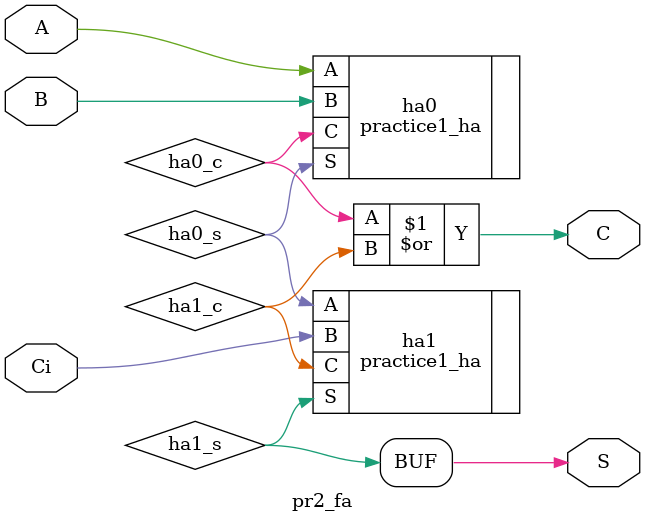
<source format=v>
`timescale 1ns / 1ps


module pr2_fa(
    input A,
    input B,
    input Ci,
    output S,
    output C
    );
    
    wire ha0_s, ha0_c;
    wire ha1_s, ha1_c;
    
    assign S = ha1_s;
    assign C = ha0_c | ha1_c;
    
    practice1_ha ha0( .A(A), .B(B), .S(ha0_s), .C(ha0_c) );
    practice1_ha ha1( .A(ha0_s), .B(Ci), .S(ha1_s), .C(ha1_c) );
    
    
endmodule

</source>
